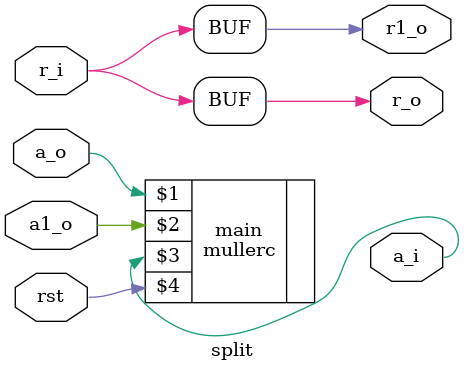
<source format=sv>
`ifndef __split

`include "../common/mullerc.sv"

module split #(
    parameter Rpol = 1'b0, // reset polarity (rst=rpol => reset)

    parameter NATIVE = 1'b1 // don't optimize
  ) (
  input r_i,
  output a_i,

  output r_o,
  input a_o,

  output r1_o,
  input a1_o,

  input rst);

  assign r_o = r_i;
  assign r1_o = r_i;

  mullerc #(
    .Rval(1'b0),
    .Rpol(Rpol),
    .NATIVE(NATIVE)
  ) main (a_o, a1_o, a_i,
    rst);

endmodule

`define __split
`endif

</source>
